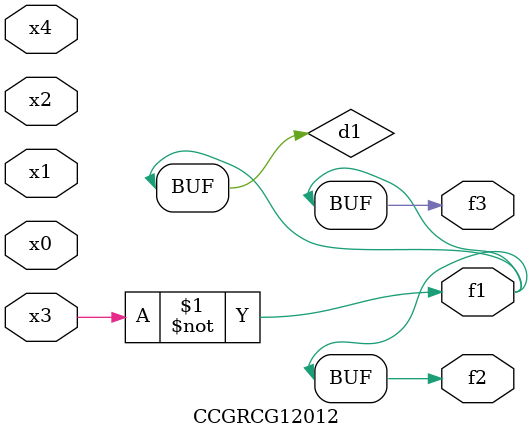
<source format=v>
module CCGRCG12012(
	input x0, x1, x2, x3, x4,
	output f1, f2, f3
);

	wire d1, d2;

	xnor (d1, x3);
	not (d2, x1);
	assign f1 = d1;
	assign f2 = d1;
	assign f3 = d1;
endmodule

</source>
